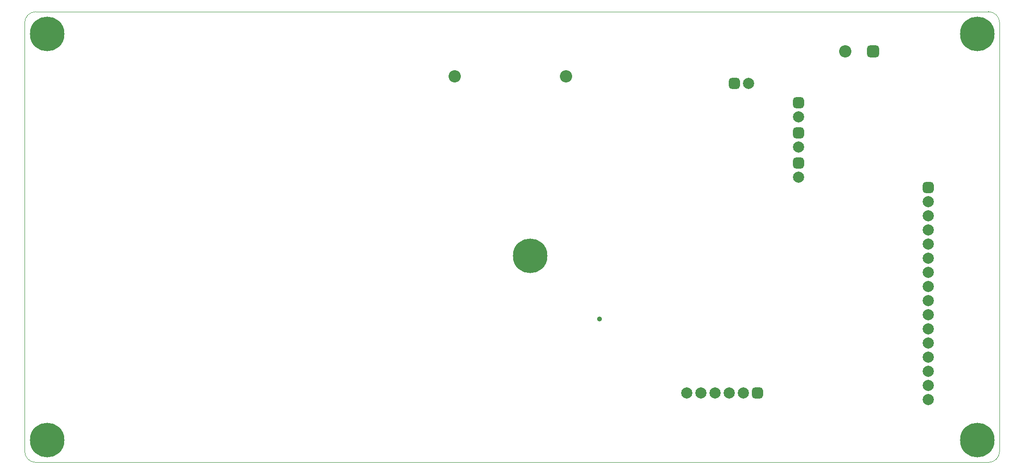
<source format=gbs>
G04 Layer_Color=16711935*
%FSLAX43Y43*%
%MOMM*%
G71*
G01*
G75*
%ADD116C,0.100*%
%ADD215C,2.003*%
G04:AMPARAMS|DCode=216|XSize=2.003mm|YSize=2.003mm|CornerRadius=0.552mm|HoleSize=0mm|Usage=FLASHONLY|Rotation=90.000|XOffset=0mm|YOffset=0mm|HoleType=Round|Shape=RoundedRectangle|*
%AMROUNDEDRECTD216*
21,1,2.003,0.900,0,0,90.0*
21,1,0.900,2.003,0,0,90.0*
1,1,1.103,0.450,0.450*
1,1,1.103,0.450,-0.450*
1,1,1.103,-0.450,-0.450*
1,1,1.103,-0.450,0.450*
%
%ADD216ROUNDEDRECTD216*%
%ADD217C,2.203*%
G04:AMPARAMS|DCode=218|XSize=2.203mm|YSize=2.203mm|CornerRadius=0.602mm|HoleSize=0mm|Usage=FLASHONLY|Rotation=180.000|XOffset=0mm|YOffset=0mm|HoleType=Round|Shape=RoundedRectangle|*
%AMROUNDEDRECTD218*
21,1,2.203,1.000,0,0,180.0*
21,1,1.000,2.203,0,0,180.0*
1,1,1.203,-0.500,0.500*
1,1,1.203,0.500,0.500*
1,1,1.203,0.500,-0.500*
1,1,1.203,-0.500,-0.500*
%
%ADD218ROUNDEDRECTD218*%
G04:AMPARAMS|DCode=219|XSize=2.003mm|YSize=2.003mm|CornerRadius=0.552mm|HoleSize=0mm|Usage=FLASHONLY|Rotation=0.000|XOffset=0mm|YOffset=0mm|HoleType=Round|Shape=RoundedRectangle|*
%AMROUNDEDRECTD219*
21,1,2.003,0.900,0,0,0.0*
21,1,0.900,2.003,0,0,0.0*
1,1,1.103,0.450,-0.450*
1,1,1.103,-0.450,-0.450*
1,1,1.103,-0.450,0.450*
1,1,1.103,0.450,0.450*
%
%ADD219ROUNDEDRECTD219*%
%ADD220C,6.203*%
%ADD221C,0.903*%
D116*
X198400Y54400D02*
G03*
X200400Y56400I0J2000D01*
G01*
X25400Y56400D02*
G03*
X27400Y54400I2000J0D01*
G01*
X27400Y135400D02*
G03*
X25400Y133400I0J-2000D01*
G01*
X200400Y133400D02*
G03*
X198400Y135400I-2000J0D01*
G01*
X27400Y54400D02*
X198400Y54400D01*
X25400Y133400D02*
X25400Y56400D01*
X27400Y135400D02*
X198400D01*
X200400Y56400D02*
Y133400D01*
D215*
X155300Y122500D02*
D03*
X146815Y66900D02*
D03*
X144275D02*
D03*
X149355D02*
D03*
X151895D02*
D03*
X154435D02*
D03*
X164300Y116460D02*
D03*
Y111060D02*
D03*
Y105660D02*
D03*
X187600Y101260D02*
D03*
Y98720D02*
D03*
Y96180D02*
D03*
Y91100D02*
D03*
Y93640D02*
D03*
Y78400D02*
D03*
Y75860D02*
D03*
Y80940D02*
D03*
Y83480D02*
D03*
Y88560D02*
D03*
Y86020D02*
D03*
Y73320D02*
D03*
Y70780D02*
D03*
Y65700D02*
D03*
Y68240D02*
D03*
D216*
X152760Y122500D02*
D03*
X156975Y66900D02*
D03*
D217*
X172700Y128300D02*
D03*
X122600Y123800D02*
D03*
X102600D02*
D03*
D218*
X177700Y128300D02*
D03*
D219*
X164300Y119000D02*
D03*
Y113600D02*
D03*
Y108200D02*
D03*
X187600Y103800D02*
D03*
D220*
X116100Y91500D02*
D03*
X196400Y58400D02*
D03*
X29400Y131400D02*
D03*
X196400D02*
D03*
X29400Y58400D02*
D03*
D221*
X128600Y80200D02*
D03*
M02*

</source>
